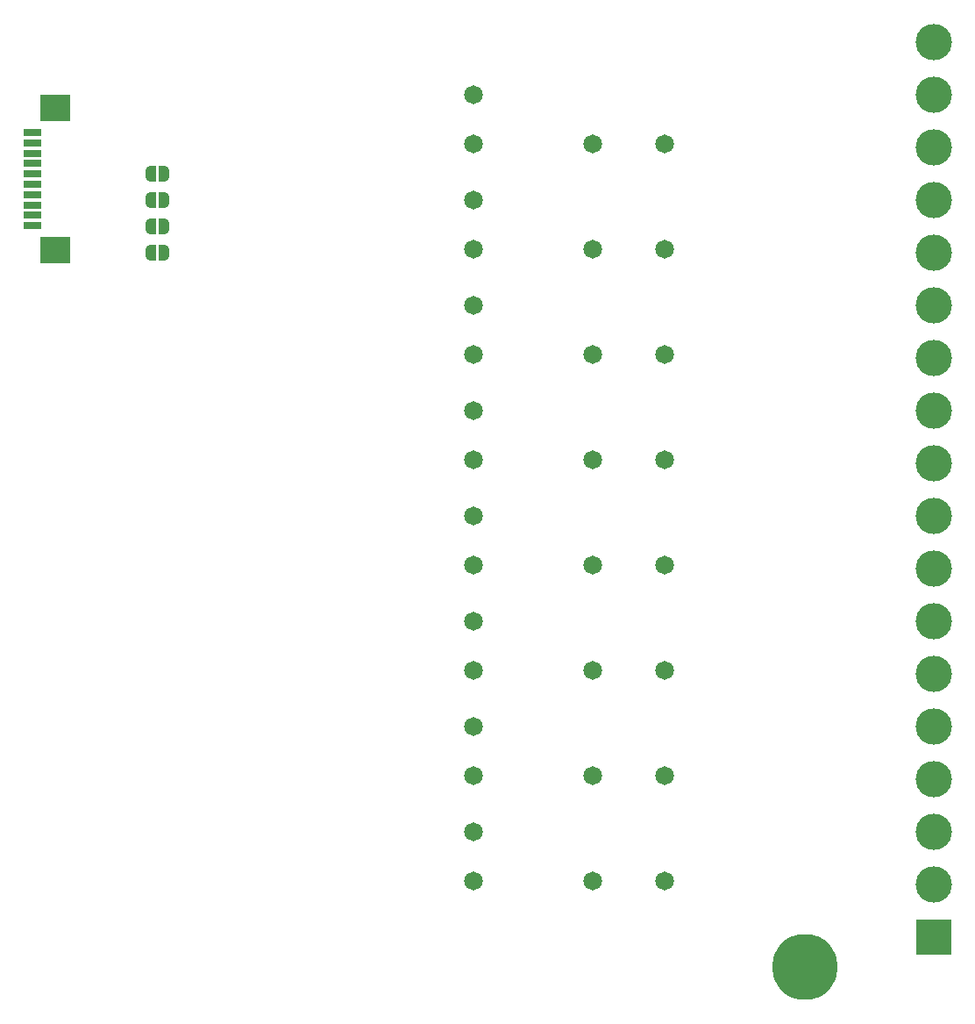
<source format=gbr>
%TF.GenerationSoftware,KiCad,Pcbnew,8.0.6-8.0.6-0~ubuntu24.04.1*%
%TF.CreationDate,2024-12-11T16:29:19+03:00*%
%TF.ProjectId,PM-RQ8,504d2d52-5138-42e6-9b69-6361645f7063,rev?*%
%TF.SameCoordinates,Original*%
%TF.FileFunction,Soldermask,Bot*%
%TF.FilePolarity,Negative*%
%FSLAX46Y46*%
G04 Gerber Fmt 4.6, Leading zero omitted, Abs format (unit mm)*
G04 Created by KiCad (PCBNEW 8.0.6-8.0.6-0~ubuntu24.04.1) date 2024-12-11 16:29:19*
%MOMM*%
%LPD*%
G01*
G04 APERTURE LIST*
G04 Aperture macros list*
%AMFreePoly0*
4,1,19,0.500000,-0.750000,0.000000,-0.750000,0.000000,-0.744911,-0.071157,-0.744911,-0.207708,-0.704816,-0.327430,-0.627875,-0.420627,-0.520320,-0.479746,-0.390866,-0.500000,-0.250000,-0.500000,0.250000,-0.479746,0.390866,-0.420627,0.520320,-0.327430,0.627875,-0.207708,0.704816,-0.071157,0.744911,0.000000,0.744911,0.000000,0.750000,0.500000,0.750000,0.500000,-0.750000,0.500000,-0.750000,
$1*%
%AMFreePoly1*
4,1,19,0.000000,0.744911,0.071157,0.744911,0.207708,0.704816,0.327430,0.627875,0.420627,0.520320,0.479746,0.390866,0.500000,0.250000,0.500000,-0.250000,0.479746,-0.390866,0.420627,-0.520320,0.327430,-0.627875,0.207708,-0.704816,0.071157,-0.744911,0.000000,-0.744911,0.000000,-0.750000,-0.500000,-0.750000,-0.500000,0.750000,0.000000,0.750000,0.000000,0.744911,0.000000,0.744911,
$1*%
G04 Aperture macros list end*
%ADD10C,1.812000*%
%ADD11R,3.500000X3.500000*%
%ADD12C,3.500000*%
%ADD13O,6.350000X6.350000*%
%ADD14FreePoly0,0.000000*%
%ADD15FreePoly1,0.000000*%
%ADD16R,1.803400X0.635000*%
%ADD17R,2.997200X2.590800*%
G04 APERTURE END LIST*
D10*
%TO.C,K4*%
X0Y2920000D03*
X11500000Y2920000D03*
X18500000Y2920000D03*
X0Y7620000D03*
%TD*%
%TO.C,K5*%
X0Y-7240000D03*
X11500000Y-7240000D03*
X18500000Y-7240000D03*
X0Y-2540000D03*
%TD*%
D11*
%TO.C,J10*%
X44450000Y-43180000D03*
D12*
X44450000Y-38100000D03*
X44450000Y-33020000D03*
X44450000Y-27940000D03*
X44450000Y-22860000D03*
X44450000Y-17780000D03*
X44450000Y-12700000D03*
X44450000Y-7620000D03*
X44450000Y-2540000D03*
X44450000Y2540000D03*
X44450000Y7620000D03*
X44450000Y12700000D03*
X44450000Y17780000D03*
X44450000Y22860000D03*
X44450000Y27940000D03*
X44450000Y33020000D03*
X44450000Y38100000D03*
X44450000Y43180000D03*
%TD*%
D10*
%TO.C,K6*%
X0Y-17400000D03*
X11500000Y-17400000D03*
X18500000Y-17400000D03*
X0Y-12700000D03*
%TD*%
%TO.C,K8*%
X0Y-37720000D03*
X11500000Y-37720000D03*
X18500000Y-37720000D03*
X0Y-33020000D03*
%TD*%
%TO.C,K1*%
X0Y33400000D03*
X11500000Y33400000D03*
X18500000Y33400000D03*
X0Y38100000D03*
%TD*%
%TO.C,K7*%
X0Y-27560000D03*
X11500000Y-27560000D03*
X18500000Y-27560000D03*
X0Y-22860000D03*
%TD*%
D13*
%TO.C,PE1*%
X32000000Y-46000000D03*
%TD*%
D10*
%TO.C,K3*%
X0Y13080000D03*
X11500000Y13080000D03*
X18500000Y13080000D03*
X0Y17780000D03*
%TD*%
%TO.C,K2*%
X0Y23240000D03*
X11500000Y23240000D03*
X18500000Y23240000D03*
X0Y27940000D03*
%TD*%
D14*
%TO.C,JP3*%
X-31130000Y25400000D03*
D15*
X-29830000Y25400000D03*
%TD*%
D14*
%TO.C,JP4*%
X-31130000Y22860000D03*
D15*
X-29830000Y22860000D03*
%TD*%
D14*
%TO.C,JP2*%
X-31130000Y27940000D03*
D15*
X-29830000Y27940000D03*
%TD*%
D16*
%TO.C,J13*%
X-42556000Y34499991D03*
X-42556000Y33499993D03*
X-42556000Y32499995D03*
X-42556000Y31499997D03*
X-42556000Y30499999D03*
X-42556000Y29500001D03*
X-42556000Y28500003D03*
X-42556000Y27500005D03*
X-42556000Y26500007D03*
X-42556000Y25500009D03*
D17*
X-40385999Y36850002D03*
X-40385999Y23149998D03*
%TD*%
D14*
%TO.C,JP1*%
X-31130000Y30480000D03*
D15*
X-29830000Y30480000D03*
%TD*%
M02*

</source>
